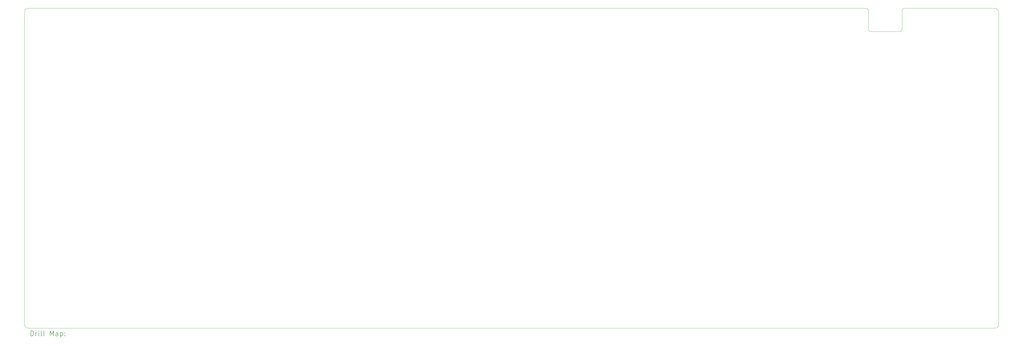
<source format=gbr>
%TF.GenerationSoftware,KiCad,Pcbnew,7.0.7*%
%TF.CreationDate,2023-09-25T11:38:37+09:00*%
%TF.ProjectId,Duet-Switch-Tester,44756574-2d53-4776-9974-63682d546573,rev?*%
%TF.SameCoordinates,Original*%
%TF.FileFunction,Drillmap*%
%TF.FilePolarity,Positive*%
%FSLAX45Y45*%
G04 Gerber Fmt 4.5, Leading zero omitted, Abs format (unit mm)*
G04 Created by KiCad (PCBNEW 7.0.7) date 2023-09-25 11:38:37*
%MOMM*%
%LPD*%
G01*
G04 APERTURE LIST*
%ADD10C,0.050000*%
%ADD11C,0.200000*%
G04 APERTURE END LIST*
D10*
X3170259Y-15695946D02*
X3168673Y-15689147D01*
X3167285Y-15682225D01*
X3166082Y-15675179D01*
X3165050Y-15668010D01*
X3164177Y-15660717D01*
X3163449Y-15653303D01*
X3162853Y-15645765D01*
X3162376Y-15638107D01*
X3162004Y-15630327D01*
X3161725Y-15622425D01*
X3161525Y-15614404D01*
X3161391Y-15606262D01*
X3161309Y-15598000D01*
X3161267Y-15589619D01*
X3161252Y-15581119D01*
X3161250Y-15572500D01*
X3283542Y-15802884D02*
X3277869Y-15801617D01*
X3272254Y-15800201D01*
X3266702Y-15798627D01*
X3261218Y-15796886D01*
X3255807Y-15794968D01*
X3250474Y-15792865D01*
X3245225Y-15790567D01*
X3240065Y-15788067D01*
X3234999Y-15785354D01*
X3230032Y-15782420D01*
X3226778Y-15780336D01*
X3226778Y-15780336D02*
X3221555Y-15776697D01*
X3216551Y-15772828D01*
X3211766Y-15768733D01*
X3207202Y-15764411D01*
X3202862Y-15759866D01*
X3198747Y-15755098D01*
X3194859Y-15750109D01*
X3191199Y-15744901D01*
X3226348Y-2952449D02*
X3230594Y-2949733D01*
X3234920Y-2947190D01*
X3239324Y-2944814D01*
X3245310Y-2941894D01*
X3251420Y-2939246D01*
X3256079Y-2937431D01*
X3260800Y-2935755D01*
X3265580Y-2934214D01*
X3270416Y-2932800D01*
X3275304Y-2931509D01*
X38525816Y-3802600D02*
X38528165Y-3797736D01*
X38530139Y-3792968D01*
X38532060Y-3787398D01*
X38533551Y-3782019D01*
X38534673Y-3776858D01*
X38535245Y-3773553D01*
X37150982Y-2945448D02*
X37155253Y-2949230D01*
X37159459Y-2953396D01*
X37163547Y-2957940D01*
X37166695Y-2961844D01*
X37169704Y-2965985D01*
X37172544Y-2970358D01*
X37175189Y-2974963D01*
X37175816Y-2976149D01*
X37269572Y-3854620D02*
X37275362Y-3855376D01*
X37281051Y-3855852D01*
X37286645Y-3856113D01*
X37292153Y-3856224D01*
X37297582Y-3856250D01*
X37299375Y-3856250D01*
X37074375Y-2922500D02*
X37079545Y-2922509D01*
X37084804Y-2922577D01*
X37090155Y-2922759D01*
X37095597Y-2923113D01*
X37101133Y-2923698D01*
X37106763Y-2924569D01*
X37112490Y-2925786D01*
X37118315Y-2927405D01*
X3168366Y-3044792D02*
X3169633Y-3039119D01*
X3171049Y-3033504D01*
X3172623Y-3027952D01*
X3174364Y-3022468D01*
X3176282Y-3017057D01*
X3178385Y-3011724D01*
X3180683Y-3006475D01*
X3183183Y-3001315D01*
X3185896Y-2996249D01*
X3188830Y-2991282D01*
X3190913Y-2988028D01*
X38535245Y-3773553D02*
X38536001Y-3767763D01*
X38536477Y-3762074D01*
X38536739Y-3756480D01*
X38536850Y-3750972D01*
X38536875Y-3745543D01*
X38536875Y-3743750D01*
X38590525Y-2933559D02*
X38595389Y-2931210D01*
X38600157Y-2929236D01*
X38605727Y-2927315D01*
X38611106Y-2925824D01*
X38616267Y-2924702D01*
X38619572Y-2924130D01*
X38559823Y-2958393D02*
X38563605Y-2954122D01*
X38567771Y-2949916D01*
X38572315Y-2945828D01*
X38576219Y-2942680D01*
X38580360Y-2939671D01*
X38584733Y-2936831D01*
X38589338Y-2934186D01*
X38590525Y-2933559D01*
X42319696Y-15800991D02*
X42312898Y-15802577D01*
X42305975Y-15803965D01*
X42298929Y-15805168D01*
X42291760Y-15806199D01*
X42284467Y-15807073D01*
X42277053Y-15807801D01*
X42269516Y-15808397D01*
X42261857Y-15808874D01*
X42254077Y-15809246D01*
X42246175Y-15809525D01*
X42238154Y-15809725D01*
X42230012Y-15809859D01*
X42221750Y-15809941D01*
X42213369Y-15809982D01*
X42204869Y-15809998D01*
X42196250Y-15810000D01*
X42196250Y-2922500D02*
X38649375Y-2922500D01*
X38424375Y-3856250D02*
X37299375Y-3856250D01*
X3161250Y-3160000D02*
X3161252Y-3152018D01*
X3161264Y-3144139D01*
X3161297Y-3136365D01*
X3161361Y-3128695D01*
X3161467Y-3121129D01*
X3161625Y-3113668D01*
X3161846Y-3106310D01*
X3162139Y-3099057D01*
X3162516Y-3091908D01*
X3162987Y-3084864D01*
X3163562Y-3077924D01*
X3164252Y-3071089D01*
X3165067Y-3064358D01*
X3166017Y-3057731D01*
X3167113Y-3051209D01*
X3168366Y-3044792D01*
X42404087Y-15744472D02*
X42400447Y-15749695D01*
X42396578Y-15754699D01*
X42392483Y-15759484D01*
X42388161Y-15764047D01*
X42383616Y-15768388D01*
X42378848Y-15772503D01*
X42373859Y-15776391D01*
X42368652Y-15780051D01*
X37175816Y-2976149D02*
X37178165Y-2981014D01*
X37180139Y-2985781D01*
X37182060Y-2991352D01*
X37183551Y-2996731D01*
X37184673Y-3001892D01*
X37185245Y-3005197D01*
X37209823Y-3820357D02*
X37213605Y-3824628D01*
X37217771Y-3828834D01*
X37222315Y-3832922D01*
X37226219Y-3836070D01*
X37230360Y-3839079D01*
X37234733Y-3841919D01*
X37239338Y-3844564D01*
X37240525Y-3845191D01*
X38424375Y-3856250D02*
X38429545Y-3856240D01*
X38434804Y-3856173D01*
X38440155Y-3855991D01*
X38445597Y-3855637D01*
X38451133Y-3855052D01*
X38456763Y-3854180D01*
X38462490Y-3852964D01*
X38468315Y-3851345D01*
X38541780Y-2991060D02*
X38543697Y-2985547D01*
X38545946Y-2980194D01*
X38548527Y-2974996D01*
X38551443Y-2969946D01*
X38554697Y-2965038D01*
X38558290Y-2960265D01*
X38559823Y-2958393D01*
X3275304Y-2931509D02*
X3282102Y-2929923D01*
X3289025Y-2928535D01*
X3296071Y-2927332D01*
X3303240Y-2926300D01*
X3310532Y-2925427D01*
X3317947Y-2924699D01*
X3325484Y-2924103D01*
X3333143Y-2923626D01*
X3340923Y-2923254D01*
X3348824Y-2922975D01*
X3356846Y-2922775D01*
X3364988Y-2922641D01*
X3373250Y-2922559D01*
X3381631Y-2922517D01*
X3390131Y-2922502D01*
X3398750Y-2922500D01*
X37074375Y-2922500D02*
X3398750Y-2922500D01*
X37118315Y-2927405D02*
X37123828Y-2929322D01*
X37129181Y-2931571D01*
X37134379Y-2934152D01*
X37139429Y-2937068D01*
X37144337Y-2940322D01*
X37149110Y-2943915D01*
X37150982Y-2945448D01*
X37186875Y-3743750D02*
X37186885Y-3748920D01*
X37186952Y-3754179D01*
X37187134Y-3759529D01*
X37187488Y-3764972D01*
X37188073Y-3770507D01*
X37188944Y-3776138D01*
X37190161Y-3781865D01*
X37191780Y-3787690D01*
X42433750Y-15572500D02*
X42433748Y-15580482D01*
X42433736Y-15588360D01*
X42433703Y-15596134D01*
X42433639Y-15603805D01*
X42433533Y-15611370D01*
X42433375Y-15618832D01*
X42433154Y-15626189D01*
X42432860Y-15633443D01*
X42432483Y-15640591D01*
X42432013Y-15647636D01*
X42431438Y-15654576D01*
X42430748Y-15661411D01*
X42429933Y-15668142D01*
X42428983Y-15674769D01*
X42427887Y-15681290D01*
X42426634Y-15687708D01*
X37191780Y-3787690D02*
X37193697Y-3793203D01*
X37195946Y-3798556D01*
X37198527Y-3803754D01*
X37201443Y-3808804D01*
X37204697Y-3813712D01*
X37208290Y-3818485D01*
X37209823Y-3820357D01*
X42403801Y-2987598D02*
X42406516Y-2991844D01*
X42409060Y-2996170D01*
X42411436Y-3000574D01*
X42414356Y-3006560D01*
X42417003Y-3012670D01*
X42418819Y-3017329D01*
X42420495Y-3022050D01*
X42422036Y-3026830D01*
X42423450Y-3031666D01*
X42424741Y-3036554D01*
X38619572Y-2924130D02*
X38625362Y-2923374D01*
X38631051Y-2922898D01*
X38636645Y-2922636D01*
X38642153Y-2922525D01*
X38647582Y-2922500D01*
X38649375Y-2922500D01*
X42433750Y-15572500D02*
X42433750Y-3160000D01*
X3161250Y-3160000D02*
X3161250Y-15572500D01*
X42368222Y-2952163D02*
X42373445Y-2955803D01*
X42378449Y-2959671D01*
X42383234Y-2963767D01*
X42387798Y-2968089D01*
X42392138Y-2972634D01*
X42396253Y-2977402D01*
X42400141Y-2982391D01*
X42403801Y-2987598D01*
X42426634Y-15687708D02*
X42425367Y-15693381D01*
X42423951Y-15698996D01*
X42422377Y-15704548D01*
X42420636Y-15710032D01*
X42418718Y-15715443D01*
X42416615Y-15720776D01*
X42414317Y-15726025D01*
X42411817Y-15731185D01*
X42409104Y-15736251D01*
X42406170Y-15741218D01*
X42404087Y-15744472D01*
X3398750Y-15810000D02*
X42196250Y-15810000D01*
X42424741Y-3036554D02*
X42426327Y-3043352D01*
X42427715Y-3050275D01*
X42428918Y-3057321D01*
X42429949Y-3064490D01*
X42430823Y-3071782D01*
X42431551Y-3079197D01*
X42432147Y-3086734D01*
X42432624Y-3094393D01*
X42432996Y-3102173D01*
X42433275Y-3110074D01*
X42433475Y-3118096D01*
X42433609Y-3126238D01*
X42433691Y-3134500D01*
X42433732Y-3142881D01*
X42433748Y-3151381D01*
X42433750Y-3160000D01*
X37185245Y-3005197D02*
X37186001Y-3010987D01*
X37186477Y-3016676D01*
X37186739Y-3022270D01*
X37186850Y-3027778D01*
X37186875Y-3033207D01*
X37186875Y-3035000D01*
X37240525Y-3845191D02*
X37245389Y-3847540D01*
X37250157Y-3849514D01*
X37255727Y-3851435D01*
X37261106Y-3852926D01*
X37266267Y-3854048D01*
X37269572Y-3854620D01*
X38468315Y-3851345D02*
X38473828Y-3849427D01*
X38479181Y-3847179D01*
X38484379Y-3844598D01*
X38489429Y-3841682D01*
X38494337Y-3838428D01*
X38499110Y-3834834D01*
X38500982Y-3833302D01*
X38500982Y-3833302D02*
X38505253Y-3829519D01*
X38509459Y-3825354D01*
X38513547Y-3820810D01*
X38516695Y-3816906D01*
X38519704Y-3812765D01*
X38522544Y-3808392D01*
X38525189Y-3803787D01*
X38525816Y-3802600D01*
X42368652Y-15780051D02*
X42364406Y-15782766D01*
X42360080Y-15785309D01*
X42355676Y-15787686D01*
X42349690Y-15790606D01*
X42343580Y-15793253D01*
X42338921Y-15795069D01*
X42334200Y-15796744D01*
X42329420Y-15798286D01*
X42324584Y-15799700D01*
X42319696Y-15800991D01*
X3398750Y-15810000D02*
X3390768Y-15809998D01*
X3382889Y-15809986D01*
X3375115Y-15809953D01*
X3367445Y-15809889D01*
X3359879Y-15809783D01*
X3352418Y-15809625D01*
X3345060Y-15809404D01*
X3337807Y-15809110D01*
X3330658Y-15808733D01*
X3323614Y-15808263D01*
X3316674Y-15807688D01*
X3309839Y-15806998D01*
X3303108Y-15806183D01*
X3296481Y-15805233D01*
X3289959Y-15804136D01*
X3283542Y-15802884D01*
X3191199Y-15744901D02*
X3188483Y-15740656D01*
X3185940Y-15736330D01*
X3183564Y-15731926D01*
X3180644Y-15725940D01*
X3177996Y-15719830D01*
X3176181Y-15715171D01*
X3174505Y-15710450D01*
X3172964Y-15705670D01*
X3171550Y-15700834D01*
X3170259Y-15695946D01*
X37186875Y-3743750D02*
X37186875Y-3035000D01*
X38536875Y-3035000D02*
X38536885Y-3029830D01*
X38536952Y-3024570D01*
X38537134Y-3019220D01*
X38537488Y-3013778D01*
X38538073Y-3008242D01*
X38538944Y-3002612D01*
X38540161Y-2996885D01*
X38541780Y-2991060D01*
X3190913Y-2988028D02*
X3194553Y-2982805D01*
X3198421Y-2977801D01*
X3202517Y-2973016D01*
X3206839Y-2968452D01*
X3211384Y-2964112D01*
X3216152Y-2959997D01*
X3221141Y-2956109D01*
X3226348Y-2952449D01*
X38536875Y-3035000D02*
X38536875Y-3743750D01*
X42196250Y-2922500D02*
X42204232Y-2922502D01*
X42212110Y-2922514D01*
X42219885Y-2922547D01*
X42227555Y-2922611D01*
X42235120Y-2922717D01*
X42242582Y-2922875D01*
X42249940Y-2923096D01*
X42257193Y-2923389D01*
X42264341Y-2923766D01*
X42271386Y-2924237D01*
X42278326Y-2924812D01*
X42285161Y-2925502D01*
X42291892Y-2926317D01*
X42298519Y-2927267D01*
X42305041Y-2928363D01*
X42311458Y-2929616D01*
X42311458Y-2929616D02*
X42317131Y-2930883D01*
X42322746Y-2932299D01*
X42328298Y-2933873D01*
X42333782Y-2935614D01*
X42339193Y-2937532D01*
X42344526Y-2939635D01*
X42349775Y-2941933D01*
X42354935Y-2944433D01*
X42360001Y-2947146D01*
X42364968Y-2950080D01*
X42368222Y-2952163D01*
D11*
X3419527Y-16123984D02*
X3419527Y-15923984D01*
X3419527Y-15923984D02*
X3467146Y-15923984D01*
X3467146Y-15923984D02*
X3495717Y-15933508D01*
X3495717Y-15933508D02*
X3514765Y-15952555D01*
X3514765Y-15952555D02*
X3524289Y-15971603D01*
X3524289Y-15971603D02*
X3533812Y-16009698D01*
X3533812Y-16009698D02*
X3533812Y-16038269D01*
X3533812Y-16038269D02*
X3524289Y-16076365D01*
X3524289Y-16076365D02*
X3514765Y-16095412D01*
X3514765Y-16095412D02*
X3495717Y-16114460D01*
X3495717Y-16114460D02*
X3467146Y-16123984D01*
X3467146Y-16123984D02*
X3419527Y-16123984D01*
X3619527Y-16123984D02*
X3619527Y-15990650D01*
X3619527Y-16028746D02*
X3629051Y-16009698D01*
X3629051Y-16009698D02*
X3638574Y-16000174D01*
X3638574Y-16000174D02*
X3657622Y-15990650D01*
X3657622Y-15990650D02*
X3676670Y-15990650D01*
X3743336Y-16123984D02*
X3743336Y-15990650D01*
X3743336Y-15923984D02*
X3733812Y-15933508D01*
X3733812Y-15933508D02*
X3743336Y-15943031D01*
X3743336Y-15943031D02*
X3752860Y-15933508D01*
X3752860Y-15933508D02*
X3743336Y-15923984D01*
X3743336Y-15923984D02*
X3743336Y-15943031D01*
X3867146Y-16123984D02*
X3848098Y-16114460D01*
X3848098Y-16114460D02*
X3838574Y-16095412D01*
X3838574Y-16095412D02*
X3838574Y-15923984D01*
X3971908Y-16123984D02*
X3952860Y-16114460D01*
X3952860Y-16114460D02*
X3943336Y-16095412D01*
X3943336Y-16095412D02*
X3943336Y-15923984D01*
X4200479Y-16123984D02*
X4200479Y-15923984D01*
X4200479Y-15923984D02*
X4267146Y-16066841D01*
X4267146Y-16066841D02*
X4333813Y-15923984D01*
X4333813Y-15923984D02*
X4333813Y-16123984D01*
X4514765Y-16123984D02*
X4514765Y-16019222D01*
X4514765Y-16019222D02*
X4505241Y-16000174D01*
X4505241Y-16000174D02*
X4486194Y-15990650D01*
X4486194Y-15990650D02*
X4448098Y-15990650D01*
X4448098Y-15990650D02*
X4429051Y-16000174D01*
X4514765Y-16114460D02*
X4495717Y-16123984D01*
X4495717Y-16123984D02*
X4448098Y-16123984D01*
X4448098Y-16123984D02*
X4429051Y-16114460D01*
X4429051Y-16114460D02*
X4419527Y-16095412D01*
X4419527Y-16095412D02*
X4419527Y-16076365D01*
X4419527Y-16076365D02*
X4429051Y-16057317D01*
X4429051Y-16057317D02*
X4448098Y-16047793D01*
X4448098Y-16047793D02*
X4495717Y-16047793D01*
X4495717Y-16047793D02*
X4514765Y-16038269D01*
X4610003Y-15990650D02*
X4610003Y-16190650D01*
X4610003Y-16000174D02*
X4629051Y-15990650D01*
X4629051Y-15990650D02*
X4667146Y-15990650D01*
X4667146Y-15990650D02*
X4686194Y-16000174D01*
X4686194Y-16000174D02*
X4695717Y-16009698D01*
X4695717Y-16009698D02*
X4705241Y-16028746D01*
X4705241Y-16028746D02*
X4705241Y-16085888D01*
X4705241Y-16085888D02*
X4695717Y-16104936D01*
X4695717Y-16104936D02*
X4686194Y-16114460D01*
X4686194Y-16114460D02*
X4667146Y-16123984D01*
X4667146Y-16123984D02*
X4629051Y-16123984D01*
X4629051Y-16123984D02*
X4610003Y-16114460D01*
X4790955Y-16104936D02*
X4800479Y-16114460D01*
X4800479Y-16114460D02*
X4790955Y-16123984D01*
X4790955Y-16123984D02*
X4781432Y-16114460D01*
X4781432Y-16114460D02*
X4790955Y-16104936D01*
X4790955Y-16104936D02*
X4790955Y-16123984D01*
X4790955Y-16000174D02*
X4800479Y-16009698D01*
X4800479Y-16009698D02*
X4790955Y-16019222D01*
X4790955Y-16019222D02*
X4781432Y-16009698D01*
X4781432Y-16009698D02*
X4790955Y-16000174D01*
X4790955Y-16000174D02*
X4790955Y-16019222D01*
M02*

</source>
